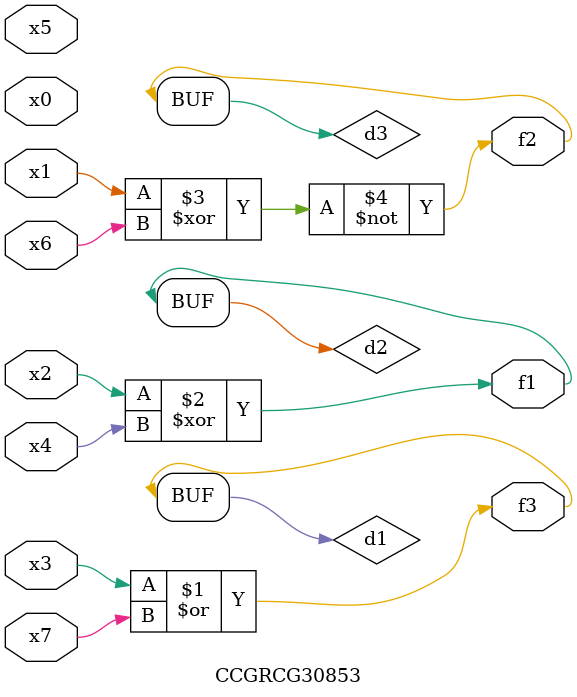
<source format=v>
module CCGRCG30853(
	input x0, x1, x2, x3, x4, x5, x6, x7,
	output f1, f2, f3
);

	wire d1, d2, d3;

	or (d1, x3, x7);
	xor (d2, x2, x4);
	xnor (d3, x1, x6);
	assign f1 = d2;
	assign f2 = d3;
	assign f3 = d1;
endmodule

</source>
